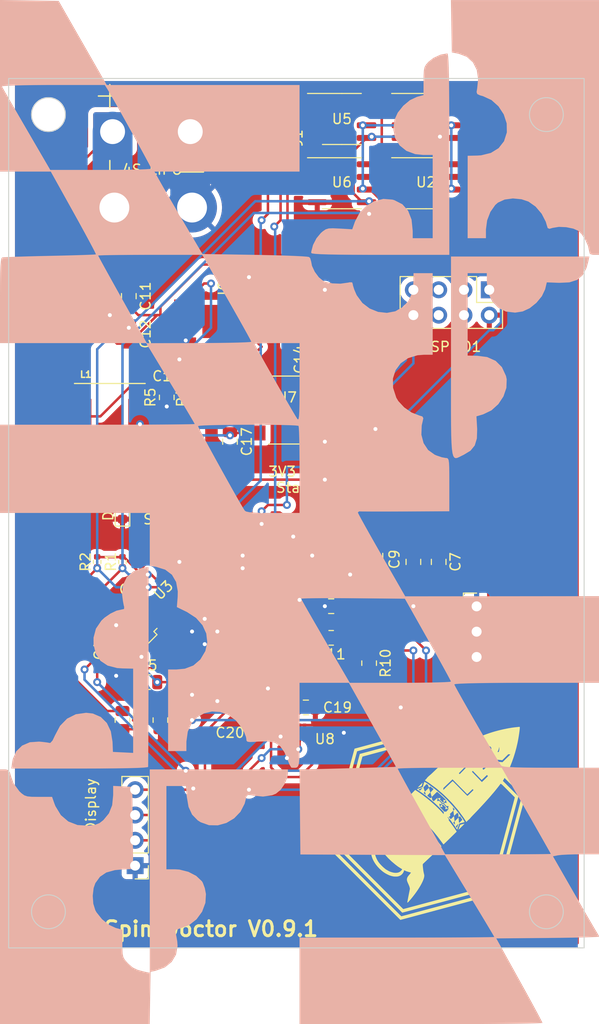
<source format=kicad_pcb>
(kicad_pcb (version 20221018) (generator pcbnew)
  (layers (0 "F.Cu" signal) (31 "B.Cu" signal) (34 "B.Paste" user) (35 "F.Paste" user) (36 "B.SilkS" user "B.Silkscreen") (37 "F.SilkS" user "F.Silkscreen") (38 "B.Mask" user) (39 "F.Mask" user) (44 "Edge.Cuts" user))
  (net 0 "")
  (net 1 "GND")
  (net 2 "/Microcontroller/SWDIO")
  (net 3 "+3V3")
  (net 4 "/Microcontroller/SWCLK")
  (net 5 "Net-(U3-NRST)")
  (net 6 "Net-(U4-CAP)")
  (net 7 "Net-(IC1-SW)")
  (net 8 "Net-(U8-VDD)")
  (net 9 "Net-(U8-CSB)")
  (net 10 "Net-(IC1-SS)")
  (net 11 "Net-(D2-A)")
  (net 12 "Net-(IC1-FB)")
  (net 14 "/VBAT")
  (net 19 "Net-(U3-PA0)")
  (net 20 "Net-(U4-ENV_SDA)")
  (net 21 "Net-(U4-ENV_SCL)")
  (net 22 "Net-(U4-BOOTN)")
  (net 70 "+5V")
  (net 75 "/Microcontroller/PA2")
  (net 76 "/Microcontroller/PA3")
  (net 78 "/SCL")
  (net 79 "/SDA")
  (net 81 "Net-(IC1-EN)")
  (net 83 "/ESC_Cont")
  (net 87 "Net-(IC1-COMP)")
  (net 88 "Net-(IC1-BS)")
  (net 89 "Net-(D1-A)")
  (net 90 "Net-(C14-Pad1)")
  (net 91 "Net-(D3-A)")
  (footprint "Capacitor_SMD:C_0805_2012Metric" (layer "F.Cu") (at 124.78 103.505)
    (fp_text reference "C6")
    (fp_text value "4.7uF" hide)
  )
  (footprint "Connector_PinHeader_1.27mm:PinHeader_2x05_P1.27mm_Vertical_SMD" (layer "F.Cu") (at 118.11 61.595 -90)
    (fp_text reference "J1")
    (fp_text value "Conn_ARM_JTAG_SWD_10")
  )
  (footprint "Connector_Wire:SolderWire-2sqmm_1x02_P7.8mm_D2mm_OD3.9mm" (layer "F.Cu") (at 103.78 60.96)
    (fp_text reference "J2" hide)
    (fp_text value "Conn_01x02_Female" hide)
  )
  (footprint "Capacitor_SMD:C_0805_2012Metric" (layer "F.Cu") (at 109.22 83.82 180)
    (fp_text reference "C10")
    (fp_text value "10nF" hide)
  )
  (footprint "Connector_PinHeader_2.54mm:PinHeader_1x03_P2.54mm_Vertical" (layer "F.Cu") (at 140.335 108.6)
    (fp_text reference "J5" hide)
    (fp_text value "ESC Connector" hide)
  )
  (footprint "Resistor_SMD:R_0805_2012Metric" (layer "F.Cu") (at 104.775 95.25 90)
    (fp_text reference "R8")
    (fp_text value "10k")
  )
  (footprint "Capacitor_SMD:C_0805_2012Metric" (layer "F.Cu") (at 136.525 104.14 -90)
    (fp_text reference "C7")
    (fp_text value "0.1uF" hide)
  )
  (footprint "Connector_PinHeader_2.54mm:PinHeader_1x04_P2.54mm_Vertical" (layer "F.Cu") (at 106.045 134.62 180)
    (fp_text reference "J6" hide)
    (fp_text value "OLED Display" hide)
  )
  (footprint "Resistor_SMD:R_0805_2012Metric" (layer "F.Cu") (at 127.635 81.915 180)
    (fp_text reference "R6")
    (fp_text value "6.8k" hide)
  )
  (footprint "Resistor_SMD:R_0402_1005Metric" (layer "F.Cu") (at 102.235 104.14 90)
    (fp_text reference "R2")
    (fp_text value "4.7k")
  )
  (footprint "Capacitor_SMD:C_0805_2012Metric" (layer "F.Cu") (at 111.125 95.25 180)
    (fp_text reference "C16")
    (fp_text value "22uF 6.3V CERM" hide)
  )
  (footprint "Capacitor_SMD:C_0805_2012Metric" (layer "F.Cu") (at 104.14 113.03 90)
    (fp_text reference "C1")
    (fp_text value "100nF" hide)
  )
  (footprint "Capacitor_SMD:C_0805_2012Metric" (layer "F.Cu") (at 111.125 91.44 180)
    (fp_text reference "C15")
    (fp_text value "22uF 6.3V CERM" hide)
  )
  (footprint "LED_SMD:LED_0603_1608Metric" (layer "F.Cu") (at 128.27 95.885 90)
    (fp_text reference "D1")
    (fp_text value "LED" hide)
  )
  (footprint "Resistor_SMD:R_0805_2012Metric" (layer "F.Cu") (at 122.555 79.375 180)
    (fp_text reference "R3")
    (fp_text value "100k" hide)
  )
  (footprint "Capacitor_SMD:C_0805_2012Metric" (layer "F.Cu") (at 105.41 77.47 -90)
    (fp_text reference "C11")
    (fp_text value "10uF 25V CERM" hide)
  )
  (footprint "Resistor_SMD:R_0805_2012Metric" (layer "F.Cu") (at 129.54 114.3 -90)
    (fp_text reference "R10")
    (fp_text value "4.7K" hide)
  )
  (footprint "Resistor_SMD:R_0805_2012Metric" (layer "F.Cu") (at 112.395 87.63 90)
    (fp_text reference "R4")
    (fp_text value "44.2k" hide)
  )
  (footprint "Capacitor_SMD:C_0805_2012Metric" (layer "F.Cu") (at 122.555 81.915 180)
    (fp_text reference "C14")
    (fp_text value "3.9nF" hide)
  )
  (footprint "Capacitor_SMD:C_0805_2012Metric" (layer "F.Cu") (at 133.985 104.14 -90)
    (fp_text reference "C9")
    (fp_text value "0.1uF" hide)
  )
  (footprint "Resistor_SMD:R_0805_2012Metric" (layer "F.Cu") (at 109.22 87.63 90)
    (fp_text reference "R5")
    (fp_text value "10k" hide)
  )
  (footprint "Capacitor_SMD:C_0805_2012Metric" (layer "F.Cu") (at 105.41 81.28 -90)
    (fp_text reference "C12")
    (fp_text value "10uF 25V CERM" hide)
  )
  (footprint "Resistor_SMD:R_0805_2012Metric" (layer "F.Cu") (at 125.73 111.76 180)
    (fp_text reference "R11")
    (fp_text value "4.7K" hide)
  )
  (footprint "MP2307:SO8-TH" (layer "F.Cu") (at 113.665 80.01 -90)
    (fp_text reference "IC1")
    (fp_text value "MP2307" hide)
  )
  (footprint "Package_SO:SOIC-8_3.9x4.9mm_P1.27mm" (layer "F.Cu") (at 135.255 66.14)
    (fp_text reference "U2")
    (fp_text value "CAT24M01W")
  )
  (footprint "B320A-13-F:DIOM5226X230N" (layer "F.Cu") (at 100.33 76.2 90)
    (fp_text reference "D3")
    (fp_text value "D_Schottky" hide)
  )
  (footprint "Connector_PinHeader_2.54mm:PinHeader_2x04_P2.54mm_Vertical" (layer "F.Cu") (at 141.605 76.835 -90)
    (fp_text reference "J7")
    (fp_text value "Conn_02x04_Odd_Even")
  )
  (footprint "Capacitor_SMD:C_0805_2012Metric" (layer "F.Cu") (at 118.745 120.65)
    (fp_text reference "C20")
    (fp_text value "100nF" hide)
  )
  (footprint "Resistor_SMD:R_0402_1005Metric" (layer "F.Cu") (at 104.775 104.14 90)
    (fp_text reference "R1")
    (fp_text value "4.7k")
  )
  (footprint "Package_QFP:LQFP-48_7x7mm_P0.5mm" (layer "F.Cu") (at 113.03 111.125 45)
    (fp_text reference "U3")
    (fp_text value "STM32F103C8Tx" hide)
  )
  (footprint "Resistor_SMD:R_0805_2012Metric" (layer "F.Cu") (at 130.175 103.505 90)
    (fp_text reference "R12")
    (fp_text value "10K")
  )
  (footprint "Capacitor_SMD:C_0805_2012Metric" (layer "F.Cu") (at 121.285 112.395 180)
    (fp_text reference "C2")
    (fp_text value "100nF" hide)
  )
  (footprint "Package_SO:SOIC-8_3.9x4.9mm_P1.27mm" (layer "F.Cu") (at 126.805 66.14)
    (fp_text reference "U6")
    (fp_text value "CAT24M01W")
  )
  (footprint "Package_TO_SOT_SMD:SOT-223-3_TabPin2" (layer "F.Cu") (at 121.285 88.9)
    (fp_text reference "U7")
    (fp_text value "LD1117S33TR_SOT223" hide)
  )
  (footprint "Capacitor_SMD:C_0805_2012Metric" (layer "F.Cu") (at 128.27 88.265 90)
    (fp_text reference "C18")
    (fp_text value "10uF" hide)
  )
  (footprint "BNO085:BNO085" (layer "F.Cu") (at 130.175 109.22)
    (fp_text reference "U4")
    (fp_text value "BNO085")
  )
  (footprint "LED_SMD:LED_0603_1608Metric" (layer "F.Cu") (at 104.775 99.06 90)
    (fp_text reference "D2")
    (fp_text value "LED")
  )
  (footprint "LOGO" (layer "F.Cu") (at 135.255 130.175)
    (fp_text reference "G***")
    (fp_text value "LOGO" hide)
  )
  (footprint "Resistor_SMD:R_0805_2012Metric" (layer "F.Cu") (at 104.775 120.015 -90)
    (fp_text reference "R9")
    (fp_text value "1k" hide)
  )
  (footprint "Package_SO:SOIC-8_3.9x4.9mm_P1.27mm" (layer "F.Cu") (at 126.805 59.69)
    (fp_text reference "U5")
    (fp_text value "CAT24M01W")
  )
  (footprint "Connector_Wire:SolderWire-2sqmm_1x02_P7.8mm_D2mm_OD3.9mm" (layer "F.Cu") (at 103.96 68.58)
    (fp_text reference "J4" hide)
    (fp_text value "ESC Power" hide)
  )
  (footprint "Resistor_SMD:R_0402_1005Metric" (layer "F.Cu") (at 119.458458 118.483149 90)
    (fp_text reference "R14")
    (fp_text value "10")
  )
  (footprint "ASPI-0630LR-100M-T15:IND_ASPI-0630LR-100M-T15" (layer "F.Cu") (at 103.505 89.535)
    (fp_text reference "L1")
    (fp_text value "10uH 4A" hide)
  )
  (footprint "Capacitor_SMD:C_0805_2012Metric" (layer "F.Cu") (at 114.3 102.87 -90)
    (fp_text reference "C3")
    (fp_text value "100nF" hide)
  )
  (footprint "Resistor_SMD:R_0805_2012Metric" (layer "F.Cu") (at 108.585 120.015 -90)
    (fp_text reference "R13")
    (fp_text value "200" hide)
  )
  (footprint "Capacitor_SMD:C_0805_2012Metric" (layer "F.Cu") (at 107.315 116.205)
    (fp_text reference "C5")
    (fp_text value "100nF" hide)
  )
  (footprint "Capacitor_SMD:C_0805_2012Metric" (layer "F.Cu") (at 115.57 92.075 -90)
    (fp_text reference "C17")
    (fp_text value "100nF" hide)
  )
  (footprint "Capacitor_SMD:C_0805_2012Metric" (layer "F.Cu") (at 105.41 108.585)
    (fp_text reference "C4")
    (fp_text value "100nF" hide)
  )
  (footprint "Capacitor_SMD:C_0805_2012Metric" (layer "F.Cu") (at 125.73 108.585)
    (fp_text reference "C8")
    (fp_text value "0.1uF")
  )
  (footprint "Capacitor_SMD:C_0805_2012Metric" (layer "F.Cu") (at 123.19 118.745 180)
    (fp_text reference "C19")
    (fp_text value "100nF" hide)
  )
  (footprint "Resistor_SMD:R_0402_1005Metric" (layer "F.Cu") (at 121.285 116.84)
    (fp_text reference "R15")
    (fp_text value "10")
  )
  (footprint "Resistor_SMD:R_0805_2012Metric" (layer "F.Cu") (at 128.27 92.075 90)
    (fp_text reference "R7")
    (fp_text value "500" hide)
  )
  (footprint "BMP581:BMP581" (layer "F.Cu") (at 122.555 121.285)
    (fp_text reference "U8")
    (fp_text value "BMP581" hide)
  )
  (footprint "Capacitor_SMD:C_0805_2012Metric" (layer "F.Cu") (at 119.38 76.835 -90)
    (fp_text reference "C13")
    (fp_text value "0.1uF" hide)
  )
  (footprint "Package_SO:SOIC-8_3.9x4.9mm_P1.27mm" (layer "F.Cu") (at 135.255 59.69)
    (fp_text reference "U1")
    (fp_text value "CAT24M01W")
  )
  (footprint "LOGO" (layer "B.Cu") (at 122.555 99.06 -90)
    (fp_text reference "G***" hide)
    (fp_text value "LOGO" hide)
  )
  (gr_circle (center 97.34 139.2505) (end 99.04 139.2505) (stroke (width 0.1)) (fill none) (layer "Edge.Cuts"))
  (gr_rect (start 93.345 55.626) (end 151.13 142.875) (stroke (width 0.1)) (fill none) (layer "Edge.Cuts"))
  (gr_circle (center 97.34 59.2505) (end 99.04 59.2505) (stroke (width 0.1)) (fill none) (layer "Edge.Cuts"))
  (gr_circle (center 147.34 59.2505) (end 149.04 59.2505) (stroke (width 0.1)) (fill none) (layer "Edge.Cuts"))
  (gr_circle (center 147.34 139.2505) (end 149.04 139.2505) (stroke (width 0.1)) (fill none) (layer "Edge.Cuts"))
  (gr_text "4S LIPO" (at 107.77 64.77) (layer "F.SilkS") (effects (font (size 1 1))))
  (gr_text "ESC Power" (at 107.77 72.39) (layer "F.SilkS") (effects (font (size 1 1))))
  (gr_text "ESC" (at 143.51 111.125) (layer "F.SilkS") (effects (font (size 1 1))))
  (gr_text "+" (at 103.505 64.77) (layer "F.SilkS") (effects (font (size 3 3))))
  (gr_text "-" (at 111.76 64.77) (layer "F.SilkS") (effects (font (size 3 3))))
  (gr_text "5V Bus\nStatus" (at 109.22 99.06) (layer "F.SilkS") (effects (font (size 1 1))))
  (gr_text "Spin Doctor V0.9.1" (at 113.665 140.97) (layer "F.SilkS") (effects (font (size 1.5 1.5) (thickness 0.3))))
  (gr_text "3V3 Bus\nStatus" (at 122.555 95.885) (layer "F.SilkS") (effects (font (size 1 1))))
  (gr_text "-" (at 111.76 57.15) (layer "F.SilkS") (effects (font (size 3 3))))
  (gr_text "ESP-01" (at 137.795 82.55) (layer "F.SilkS") (effects (font (size 1 1))))
  (gr_text "OLED Display" (at 101.6 130.81 90) (layer "F.SilkS") (effects (font (size 1 1))))
  (gr_text "+" (at 103.505 57.15) (layer "F.SilkS") (effects (font (size 3 3))))
  (segment (start 110.175 91.44) (end 109.22 90.485) (width 0.25) (layer "F.Cu") (net 1))
  (segment (start 110.616998 114.598662) (end 112.82066 112.395) (width 0.25) (layer "F.Cu") (net 1))
  (segment (start 112.454455 109.279455) (end 113.03 109.855) (width 0.25) (layer "F.Cu") (net 1))
  (segment (start 129.425 106.9575) (end 127.8775 105.41) (width 0.25) (layer "F.Cu") (net 1))
  (segment (start 116.115489 104.229511) (end 116.84 103.505) (width 0.25) (layer "F.Cu") (net 1))
  (segment (start 110.123795 109.279455) (end 112.454455 109.279455) (width 0.25) (layer "F.Cu") (net 1))
  (segment (start 128.6125 106.97) (end 129.4125 106.97) (width 0.25) (layer "F.Cu") (net 1))
  (segment (start 108.495678 109.772658) (end 109.84802 111.125) (width 0.25) (layer "F.Cu") (net 1))
  (segment (start 122.055 122.06) (end 121.285 122.83) (width 0.25) (layer "F.Cu") (net 1))
  (segment (start 131.7375 108.966) (end 133.604 108.966) (width 0.25) (layer "F.Cu") (net 1))
  (segment (start 117.564322 112.477342) (end 116.21198 111.125) (width 0.25) (layer "F.Cu") (net 1))
  (segment (start 130.925 106.9575) (end 130.925 108.757022) (width 0.25) (layer "F.Cu") (net 1))
  (segment (start 109.84802 111.125) (end 111.76 111.125) (width 0.25) (layer "F.Cu") (net 1))
  (segment (start 112.82066 112.395) (end 113.03 112.395) (width 0.25) (layer "F.Cu") (net 1))
  (segment (start 114.382342 106.590678) (end 116.115489 104.857531) (width 0.25) (layer "F.Cu") (net 1))
  (segment (start 131.133978 108.966) (end 131.7375 108.966) (width 0.25) (layer "F.Cu") (net 1))
  (segment (start 133.604 108.966) (end 133.985 108.585) (width 0.25) (layer "F.Cu") (net 1))
  (segment (start 121.285 122.83) (end 121.285 123.825) (width 0.25) (layer "F.Cu") (net 1))
  (segment (start 109.22 90.485) (end 109.22 88.5425) (width 0.25) (layer "F.Cu") (net 1))
  (segment (start 116.115489 104.857531) (end 116.115489 104.229511) (width 0.25) (layer "F.Cu") (net 1))
  (segment (start 123.055 120.51) (end 126.225 120.51) (width 0.25) (layer "F.Cu") (net 1))
  (segment (start 126.225 120.51) (end 127 121.285) (width 0.25) (layer "F.Cu") (net 1))
  (segment (start 129.4125 106.97) (end 129.425 106.9575) (width 0.25) (layer "F.Cu") (net 1))
  (segment (start 110.175 91.44) (end 110.175 95.25) (width 0.25) (layer "F.Cu") (net 1))
  (segment (start 116.21198 111.125) (end 114.3 111.125) (width 0.25) (layer "F.Cu") (net 1))
  (segment (start 122.555 120.51) (end 123.055 120.51) (width 0.25) (layer "F.Cu") (net 1))
  (segment (start 127.8775 105.41) (end 127.635 105.41) (width 0.25) (layer "F.Cu") (net 1))
  (segment (start 109.556338 108.711998) (end 110.123795 109.279455) (width 0.25) (layer "F.Cu") (net 1))
  (segment (start 130.925 108.757022) (end 131.133978 108.966) (width 0.25) (layer "F.Cu") (net 1))
  (via (at 103.505 79.375) (size 0.8) (drill 0.4) (layers "F.Cu" "B.Cu") (net 1))
  (via (at 105.41 80.645) (size 0.8) (drill 0.4) (layers "F.Cu" "B.Cu") (net 1))
  (via (at 123.825 103.505) (size 0.8) (drill 0.4) (layers "F.Cu" "B.Cu") (net 1))
  (via (at 127 121.285) (size 0.8) (drill 0.4) (layers "F.Cu" "B.Cu") (net 1))
  (via (at 113.03 109.855) (size 0.8) (drill 0.4) (layers "F.Cu" "B.Cu") (net 1))
  (via (at 111.125 81.915) (size 0.8) (drill 0.4) (layers "F.Cu" "B.Cu") (net 1))
  (via (at 133.985 108.585) (size 0.8) (drill 0.4) (layers "F.Cu" "B.Cu") (net 1))
  (via (at 104.14 110.49) (size 0.8) (drill 0.4) (layers "F.Cu" "B.Cu") (net 1))
  (via (at 117.475 75.565) (size 0.8) (drill 0.4) (layers "F.Cu" "B.Cu") (net 1))
  (via (at 111.76 111.125) (size 0.8) (drill 0.4) (layers "F.Cu" "B.Cu") (net 1))
  (via (at 118.745 100.33) (size 0.8) (drill 0.4) (layers "F.Cu" "B.Cu") (net 1))
  (via (at 109.22 88.5425) (size 0.8) (drill 0.4) (layers "F.Cu" "B.Cu") (net 1))
  (via (at 116.84 103.505) (size 0.8) (drill 0.4) (layers "F.Cu" "B.Cu") (net 1))
  (via (at 122.555 107.95) (size 0.8) (drill 0.4) (layers "F.Cu" "B.Cu") (net 1))
  (via (at 114.3 111.125) (size 0.8) (drill 0.4) (layers "F.Cu" "B.Cu") (net 1))
  (via (at 113.03 112.395) (size 0.8) (drill 0.4) (layers "F.Cu" "B.Cu") (net 1))
  (via (at 125.095 108.585) (size 0.8) (drill 0.4) (layers "F.Cu" "B.Cu") (net 1))
  (via (at 104.14 115.57) (size 0.8) (drill 0.4) (layers "F.Cu" "B.Cu") (net 1))
  (via (at 127.635 105.41) (size 0.8) (drill 0.4) (layers "F.Cu" "B.Cu") (net 1))
  (via (at 121.285 123.825) (size 0.8) (drill 0.4) (layers "F.Cu" "B.Cu") (net 1))
  (segment (start 116.84 103.505) (end 116.84 102.235) (width 0.25) (layer "B.Cu") (net 1))
  (segment (start 111.58 68.4) (end 111.76 68.58) (width 4) (layer "B.Cu") (net 1))
  (segment (start 111.58 60.96) (end 111.58 68.4) (width 4) (layer "B.Cu") (net 1))
  (segment (start 124.46 107.95) (end 122.555 107.95) (width 0.25) (layer "B.Cu") (net 1))
  (segment (start 116.84 102.235) (end 118.745 100.33) (width 0.25) (layer "B.Cu") (net 1))
  (segment (start 125.095 108.585) (end 124.46 107.95) (width 0.25) (layer "B.Cu") (net 1))
  (segment (start 120.65 69.85) (end 120.015 70.485) (width 0.25) (layer "F.Cu") (net 2))
  (segment (start 116.84 104.775) (end 115.670361 105.944639) (width 0.25) (layer "F.Cu") (net 2))
  (segment (start 120.65 63.545) (end 120.65 69.85) (width 0.25) (layer "F.Cu") (net 2))
  (segment (start 115.670361 106.009765) (end 114.735895 106.944231) (width 0.25) (layer "F.Cu") (net 2))
  (segment (start 115.670361 105.944639) (end 115.670361 106.009765) (width 0.25) (layer "F.Cu") (net 2))
  (via (at 116.84 104.775) (size 0.8) (drill 0.4) (layers "F.Cu" "B.Cu") (net 2))
  (via (at 120.015 70.485) (size 0.8) (drill 0.4) (layers "F.Cu" "B.Cu") (net 2))
  (segment (start 120.104511 70.574511) (end 120.104511 101.510489) (width 0.25) (layer "B.Cu") (net 2))
  (segment (start 120.104511 101.510489) (end 116.84 104.775) (width 0.25) (layer "B.Cu") (net 2))
  (segment (start 120.015 70.485) (end 120.104511 70.574511) (width 0.25) (layer "B.Cu") (net 2))
  (segment (start 125.73 103.505) (end 124.632973 102.407973) (width 0.25) (layer "F.Cu") (net 3))
  (segment (start 118.189088 112.395) (end 120.335 112.395) (width 0.25) (layer "F.Cu") (net 3))
  (segment (start 120.335 108.9) (end 120.335 112.395) (width 0.25) (layer "F.Cu") (net 3))
  (segment (start 107.315 109.299088) (end 107.315 109.22) (width 0.25) (layer "F.Cu") (net 3))
  (segment (start 108.142124 110.126212) (end 107.315 109.299088) (width 0.25) (layer "F.Cu") (net 3))
  (segment (start 130.425 107.769022) (end 129.224022 108.97) (width 0.25) (layer "F.Cu") (net 3))
  (segment (start 126.365 102.87) (end 125.73 103.505) (width 0.25) (layer "F.Cu") (net 3))
  (segment (start 130.175 57.15) (end 137.095 57.15) (width 0.25) (layer "F.Cu") (net 3))
  (segment (start 125.095 92.075) (end 126.365 93.345) (width 0.25) (layer "F.Cu") (net 3))
  (segment (start 126.365 101.6) (end 127 102.235) (width 0.25) (layer "F.Cu") (net 3))
  (segment (start 108.039511 103.415489) (end 106.36 105.095) (width 0.25) (layer "F.Cu") (net 3))
  (segment (start 130.175 102.5925) (end 133.3875 102.5925) (width 0.25) (layer "F.Cu") (net 3))
  (segment (start 126.365 101.6) (end 126.365 102.87) (width 0.25) (layer "F.Cu") (net 3))
  (segment (start 130.81 63.911072) (end 132.403928 65.505) (width 0.25) (layer "F.Cu") (net 3))
  (segment (start 127.955 88.9) (end 124.435 88.9) (width 0.25) (layer "F.Cu") (net 3))
  (segment (start 120.597493 115.57) (end 118.745 115.57) (width 0.25) (layer "F.Cu") (net 3))
  (segment (start 139.065 57.15) (end 140.335 58.42) (width 0.25) (layer "F.Cu") (net 3))
  (segment (start 130.81 63.5) (end 130.075 64.235) (width 0.25) (layer "F.Cu") (net 3))
  (segment (start 128.27 115.2125) (end 129.54 115.2125) (width 0.25) (layer "F.Cu") (net 3))
  (segment (start 129.28 57.785) (end 128.905 57.785) (width 0.25) (layer "F.Cu") (net 3))
  (segment (start 114.3 105.965912) (end 114.3 103.82) (width 0.25) (layer "F.Cu") (net 3))
  (segment (start 121.344511 73.084511) (end 125.095 76.835) (width 0.25) (layer "F.Cu") (net 3))
  (segment (start 113.056724 123.216724) (end 113.056724 127.608276) (width 0.25) (layer "F.Cu") (net 3))
  (segment (start 122.02 66.775) (end 121.344511 66.099511) (width 0.25) (layer "F.Cu") (net 3))
  (segment (start 126.365 98.425) (end 125.095 98.425) (width 0.25) (layer "F.Cu") (net 3))
  (segment (start 104.775 103.66) (end 104.925 103.66) (width 0.25) (layer "F.Cu") (net 3))
  (segment (start 128.27 89.215) (end 126.365 91.12) (width 0.25) (layer "F.Cu") (net 3))
  (segment (start 121.344511 66.099511) (end 121.344511 73.084511) (width 0.25) (layer "F.Cu") (net 3))
  (segment (start 127 104.14) (end 123.825 107.315) (width 0.25) (layer "F.Cu") (net 3))
  (segment (start 137.795 74.295) (end 139.06 75.56) (width 0.25) (layer "F.Cu") (net 3))
  (segment (start 130.075 64.235) (end 129.28 64.235) (width 0.25) (layer "F.Cu") (net 3))
  (segment (start 128.903928 57.785) (end 129.28 57.785) (width 0.25) (layer "F.Cu") (net 3))
  (segment (start 127 102.235) (end 127 104.14) (width 0.25) (layer "F.Cu") (net 3))
  (segment (start 107.315 109.22) (end 106.68 108.585) (width 0.25) (layer "F.Cu") (net 3))
  (segment (start 119.458458 117.973149) (end 119.458458 116.918458) (width 0.25) (layer "F.Cu") (net 3))
  (segment (start 115.712027 102.407973) (end 114.3 103.82) (width 0.25) (layer "F.Cu") (net 3))
  (segment (start 123.825 110.7675) (end 123.825 112.342493) (width 0.25) (layer "F.Cu") (net 3))
  (segment (start 132.715 107.104022) (end 132.349022 107.47) (width 0.25) (layer "F.Cu") (net 3))
  (segment (start 113.03 123.19) (end 113.056724 123.216724) (width 0.25) (layer "F.Cu") (net 3))
  (segment (start 124.33 65.505) (end 122.02 65.505) (width 0.25) (layer "F.Cu") (net 3))
  (segment (start 126.365 91.12) (end 126.365 93.345) (width 0.25) (layer "F.Cu") (net 3))
  (segment (start 126.365 98.425) (end 126.365 101.6) (width 0.25) (layer "F.Cu") (net 3))
  (segment (start 123.825 112.342493) (end 120.597493 115.57) (width 0.25) (layer "F.Cu") (net 3))
  (segment (start 128.27 89.215) (end 127.955 88.9) (width 0.25) (layer "F.Cu") (net 3))
  (segment (start 106.36 105.095) (end 106.36 108.585) (width 0.25) (layer "F.Cu") (net 3))
  (segment (start 106.36 113.345) (end 106.68 113.665) (width 0.25) (layer "F.Cu") (net 3))
  (segment (start 124.435 88.9) (end 118.135 88.9) (width 0.25) (layer "F.Cu") (net 3))
  (segment (start 133.985 103.19) (end 136.525 103.19) (width 0.25) (layer "F.Cu") (net 3))
  (segment (start 114.028788 106.237124) (end 114.3 105.965912) (width 0.25) (layer "F.Cu") (net 3))
  (segment (start 121.344511 64.829511) (end 121.344511 66.099511) (width 0.25) (layer "F.Cu") (net 3))
  (segment (start 123.825 110.7675) (end 124.8175 111.76) (width 0.25) (layer "F.Cu") (net 3))
  (segment (start 140.335 58.42) (end 140.335 62.865) (width 0.25) (layer "F.Cu") (net 3))
  (segment (start 132.037989 104.732989) (end 130.425 106.345978) (width 0.25) (layer "F.Cu") (net 3))
  (segment (start 120.65 59.645) (end 121.344511 60.339511) (width 0.25) (layer "F.Cu") (net 3))
  (segment (start 106.36 108.585) (end 106.36 113.345) (width 0.25) (layer "F.Cu") (net 3))
  (segment (start 132.403928 65.505) (end 132.78 65.505) (width 0.25) (layer "F.Cu") (net 3))
  (segment (start 124.315489 60.339511) (end 124.33 60.325) (width 0.25) (layer "F.Cu") (net 3))
  (segment (start 119.38 116.84) (end 120.775 116.84) (width 0.25) (layer "F.Cu") (net 3))
  (segment (start 125.095 98.425) (end 121.92 101.6) (width 0.25) (layer "F.Cu") (net 3))
  (segment (start 106.68 108.585) (end 106.36 108.585) (width 0.25) (layer "F.Cu") (net 3))
  (segment (start 113.056724 127.608276) (end 108.585 132.08) (width 0.25) (layer "F.Cu") (net 3))
  (segment (start 127.635 74.295) (end 135.89 74.295) (width 0.25) (layer "F.Cu") (net 3))
  (segment (start 130.425 106.9575) (end 130.425 107.769022) (width 0.25) (layer "F.Cu") (net 3))
  (segment (start 126.365 93.345) (end 126.365 98.425) (width 0.25) (layer "F.Cu") (net 3))
  (segment (start 133.3875 102.5925) (end 133.985 103.19) (width 0.25) (layer "F.Cu") (net 3))
  (segment (start 128.6125 109.47) (end 128.6125 108.97) (width 0.25) (layer "F.Cu") (net 3))
  (segment (start 133.985 103.19) (end 133.580978 103.19) (width 0.25) (layer "F.Cu") (net 3))
  (segment (start 127.3575 102.5925) (end 127 102.235) (width 0.25) (layer "F.Cu") (net 3))
  (segment (start 124.33 66.775) (end 122.02 66.775) (width 0.25) (layer "F.Cu") (net 3))
  (segment (start 139.06 75.56) (end 139.06 76.84) (width 0.25) (layer "F.Cu") (net 3))
  (segment (start 117.917876 112.123788) (end 118.189088 112.395) (width 0.25) (layer "F.Cu") (net 3))
  (segment (start 125.095 76.835) (end 127.635 74.295) (width 0.25) (layer "F.Cu") (net 3))
  (segment (start 130.425 106.345978) (end 130.425 106.9575) (width 0.25) (layer "F.Cu") (net 3))
  (segment (start 137.095 57.15) (end 137.73 57.785) (width 0.25) (layer "F.Cu") (net 3))
  (segment (start 128.27 57.15) (end 130.175 57.15) (width 0.25) (layer "F.Cu") (net 3))
  (segment (start 118.745 115.57) (end 113.03 121.285) (width 0.25) (layer "F.Cu") (net 3))
  (segment (start 108.585 132.08) (end 106.045 132.08) (width 0.25) (layer "F.Cu") (net 3))
  (segment (start 125.73 103.505) (end 120.335 108.9) (width 0.25) (layer "F.Cu") (net 3))
  (segment (start 130.175 102.5925) (end 127.3575 102.5925) (width 0.25) (layer "F.Cu") (net 3))
  (segment (start 109.717766 116.205) (end 108.265 116.205) (width 0.25) (layer "F.Cu") (net 3))
  (segment (start 121.344511 59.124417) (end 123.318928 57.15) (width 0.25) (layer "F.Cu") (net 3))
  (segment (start 121.344511 60.384511) (end 121.344511 64.829511) (width 0.25) (layer "F.Cu") (net 3))
  (segment (start 123.825 107.315) (end 123.825 110.7675) (width 0.25) (layer "F.Cu") (net 3))
  (segment (start 132.349022 107.47) (end 131.7375 107.47) (width 0.25) (layer "F.Cu") (net 3))
  (segment (start 128.905 57.785) (end 128.27 57.15) (width 0.25) (layer "F.Cu") (net 3))
  (segment (start 135.89 74.93) (end 135.89 74.295) (width 0.25) (layer "F.Cu") (net 3))
  (segment (start 132.037989 104.732989) (end 132.715 105.41) (width 0.25) (layer "F.Cu") (net 3))
  (segment (start 122.02 65.505) (end 121.344511 64.829511) (width 0.25) (layer "F.Cu") (net 3))
  (segment (start 128.27 89.215) (end 128.27 91.1625) (width 0.25) (layer "F.Cu") (net 3))
  (segment (start 124.8175 111.76) (end 128.27 115.2125) (width 0.25) (layer "F.Cu") (net 3))
  (segment (start 104.925 103.66) (end 106.36 105.095) (width 0.25) (layer "F.Cu") (net 3))
  (segment (start 130.175 57.15) (end 130.81 57.785) (width 0.25) (layer "F.Cu") (net 3))
  (segment (start 124.632973 102.407973) (end 115.712027 102.407973) (width 0.25) (layer "F.Cu") (net 3))
  (segment (start 121.344511 60.339511) (end 121.344511 60.384511) (width 0.25) (layer "F.Cu") (net 3))
  (segment (start 138.965 64.235) (end 137.73 64.235) (width 0.25) (layer "F.Cu") (net 3))
  (segment (start 135.89 74.295) (end 137.795 74.295) (width 0.25) (layer "F.Cu") (net 3))
  (segment (start 132.715 105.41) (end 132.715 107.104022) (width 0.25) (layer "F.Cu") (net 3))
  (segment (start 133.580978 103.19) (end 132.037989 104.732989) (width 0.25) (layer "F.Cu") (net 3))
  (segment (start 113.03 121.285) (end 113.03 123.19) (width 0.25) (layer "F.Cu") (net 3))
  (segment (start 129.224022 108.97) (end 128.6125 108.97) (width 0.25) (layer "F.Cu") (net 3))
  (segment (start 130.81 63.5) (end 130.81 63.911072) (width 0.25) (layer "F.Cu") (net 3))
  (segment (start 121.344511 60.384511) (end 121.344511 59.124417) (width 0.25) (layer "F.Cu") (net 3))
  (segment (start 110.970551 114.952215) (end 109.717766 116.205) (width 0.25) (layer "F.Cu") (net 3))
  (segment (start 133.985 76.835) (end 135.89 74.93) (width 0.25) (layer "F.Cu") (net 3))
  (segment (start 137.095 57.15) (end 139.065 57.15) (width 0.25) (layer "F.Cu") (net 3))
  (segment (start 130.81 57.785) (end 130.81 63.5) (width 0.25) (layer "F.Cu") (net 3))
  (segment (start 140.335 62.865) (end 138.965 64.235) (width 0.25) (layer "F.Cu") (net 3))
  (segment (start 114.704511 103.415489) (end 108.039511 103.415489) (width 0.25) (layer "F.Cu") (net 3))
  (segment (start 121.344511 60.339511) (end 124.315489 60.339511) (width 0.25) (layer "F.Cu") (net 3))
  (segment (start 102.235 103.66) (end 104.775 103.66) (width 0.25) (layer "F.Cu") (net 3))
  (segment (start 115.712027 102.407973) (end 114.704511 103.415489) (width 0.25) (layer "F.Cu") (net 3))
  (segment (start 123.318928 57.15) (end 128.27 57.15) (width 0.25) (layer "F.Cu") (net 3))
  (segment (start 119.458458 116.918458) (end 119.38 116.84) (width 0.25) (layer "F.Cu") (net 3))
  (via (at 121.92 101.6) (size 0.8) (drill 0.4) (layers "F.Cu" "B.Cu") (net 3))
  (via (at 125.095 76.835) (size 0.8) (drill 0.4) (layers "F.Cu" "B.Cu") (net 3))
  (via (at 119.38 116.84) (size 0.8) (drill 0.4) (layers "F.Cu" "B.Cu") (net 3))
  (via (at 108.265 116.205) (size 0.8) (drill 0.4) (layers "F.Cu" "B.Cu") (net 3))
  (via (at 125.095 92.075) (size 0.8) (drill 0.4) (layers "F.Cu" "B.Cu") (net 3))
  (via (at 106.68 113.665) (size 0.8) (drill 0.4) (layers "F.Cu" "B.Cu") (net 3))
  (segment (start 125.095 76.835) (end 125.095 92.075) (width 0.25) (layer "B.Cu") (net 3))
  (segment (start 121.92 101.6) (end 119.38 104.14) (width 0.25) (layer "B.Cu") (net 3))
  (segment (start 106.68 114.62) (end 108.265 116.205) (width 0.25) (layer "B.Cu") (net 3))
  (segment (start 119.38 104.14) (end 119.38 116.84) (width 0.25) (layer "B.Cu") (net 3))
  (segment (start 106.68 113.665) (end 106.68 114.62) (width 0.25) (layer "B.Cu") (net 3))
  (segment (start 111.096746 105.302658) (end 112.031212 106.237124) (width 0.25) (layer "F.Cu") (net 4))
  (segment (start 119.38 63.545) (end 119.38 69.215) (width 0.25) (layer "F.Cu") (net 4))
  (segment (start 119.38 69.215) (end 118.745 69.85) (width 0.25) (layer "F.Cu") (net 4))
  (segment (start 111.096746 104.746746) (end 111.096746 105.302658) (width 0.25) (layer "F.Cu") (net 4))
  (segment (start 110.49 104.14) (end 111.096746 104.746746) (width 0.25) (layer "F.Cu") (net 4))
  (via (at 118.745 69.85) (size 0.8) (drill 0.4) (layers "F.Cu" "B.Cu") (net 4))
  (via (at 110.49 104.14) (size 0.8) (drill 0.4) (layers "F.Cu" "B.Cu") (net 4))
  (segment (start 118.745 69.85) (end 118.655489 69.939511) (width 0.25) (layer "B.Cu") (net 4))
  (segment (start 118.655489 95.974511) (end 110.49 104.14) (width 0.25) (layer "B.Cu") (net 4))
  (segment (start 118.655489 69.939511) (end 118.655489 95.974511) (width 0.25) (layer "B.Cu") (net 4))
  (segment (start 110.263445 114.245109) (end 109.695989 114.812565) (width 0.25) (layer "F.Cu") (net 5))
  (segment (start 104.972565 114.812565) (end 104.14 113.98) (width 0.25) (layer "F.Cu") (net 5))
  (segment (start 109.695989 114.812565) (end 104.972565 114.812565) (width 0.25) (layer "F.Cu") (net 5))
  (segment (start 128.6125 108.47) (end 126.795 108.47) (width 0.25) (layer "F.Cu") (net 6))
  (segment (start 126.795 108.47) (end 126.68 108.585) (width 0.25) (layer "F.Cu") (net 6))
  (segment (start 108.27 83.82) (end 108.27 82.64) (width 0.25) (layer "F.Cu") (net 7))
  (segment (start 110.265 80.645) (end 111.065 80.645) (width 0.25) (layer "F.Cu") (net 7))
  (segment (start 108.27 82.64) (end 110.265 80.645) (width 0.25) (layer "F.Cu") (net 7))
  (segment (start 102.555 89.535) (end 100.48 89.535) (width 0.25) (layer "F.Cu") (net 7))
  (segment (start 108.27 83.82) (end 102.555 89.535) (width 0.25) (layer "F.Cu") (net 7))
  (segment (start 122.055 118.93) (end 122.055 120.51) (width 0.25) (layer "F.Cu") (net 8))
  (segment (start 121.795 116.84) (end 121.795 118.3) (width 0.25) (layer "F.Cu") (net 8))
  (segment (start 121.795 118.3) (end 122.24 118.745) (width 0.25) (layer "F.Cu") (net 8))
  (segment (start 122.24 118.745) (end 122.055 118.93) (width 0.25) (layer "F.Cu") (net 8))
  (segment (start 123.33 122.06) (end 123.825 122.555) (width 0.25) (layer "F.Cu") (net 9))
  (segment (start 120.65 125.73) (end 119.695 124.775) (width 0.25) (layer "F.Cu") (net 9))
  (segment (start 119.695 120.65) (end 119.695 119.229691) (width 0.25) (layer "F.Cu") (net 9))
  (segment (start 119.695 124.775) (end 119.695 120.65) (width 0.25) (layer "F.Cu") (net 9))
  (segment (start 121.805 121.035) (end 121.044305 121.035) (width 0.25) (layer "F.Cu") (net 9))
  (segment (start 123.305 121.81) (end 123.055 122.06) (width 0.25) (layer "F.Cu") (net 9))
  (segment (start 121.044305 121.035) (end 120.659305 120.65) (width 0.25) (layer "F.Cu") (net 9))
  (segment (start 119.695 119.229691) (end 119.458458 118.993149) (width 0.25) (layer "F.Cu") (net 9))
  (segment (start 122.555 125.73) (end 120.65 125.73) (width 0.25) (layer "F.Cu") (net 9))
  (segment (start 123.825 124.46) (end 122.555 125.73) (width 0.25) (layer "F.Cu") (net 9))
  (segment (start 123.825 122.555) (end 123.825 124.46) (width 0.25) (layer "F.Cu") (net 9))
  (segment (start 123.055 122.06) (end 123.33 122.06) (width 0.25) (layer "F.Cu") (net 9))
  (segment (start 120.659305 120.65) (end 119.695 120.65) (width 0.25) (layer "F.Cu") (net 9))
  (segment (start 123.305 121.535) (end 123.305 121.81) (width 0.25) (layer "F.Cu") (net 9))
  (segment (start 119.06 78.105) (end 119.38 77.785) (width 0.25) (layer "F.Cu") (net 10))
  (segment (start 116.265 78.105) (end 119.06 78.105) (width 0.25) (layer "F.Cu") (net 10))
  (segment (start 104.775 96.1625) (end 104.775 98.2725) (width 0.25) (layer "F.Cu") (net 11))
  (segment (start 116.265 81.915) (end 118.11 81.915) (width 0.25) (layer "F.Cu") (net 12))
  (segment (start 118.745 82.55) (end 114.5775 86.7175) (width 0.25) (layer "F.Cu") (net 12))
  (segment (start 110.2125 85.725) (end 115.57 85.725) (width 0.25) (layer "F.Cu") (net 12))
  (segment (start 114.5775 86.7175) (end 112.395 86.7175) (width 0.25) (layer "F.Cu") (net 12))
  (segment (start 109.22 86.7175) (end 110.2125 85.725) (width 0.25) (layer "F.Cu") (net 12))
  (segment (start 118.11 81.915) (end 118.745 82.55) (width 0.25) (layer "F.Cu") (net 12))
  (segment (start 105.41 78.42) (end 106.365 79.375) (width 0.25) (layer "F.Cu") (net 14))
  (segment (start 100.33 78.335) (end 98.980489 79.684511) (width 0.25) (layer "F.Cu") (net 14))
  (segment (start 123.4675 76.4775) (end 123.4675 79.375) (width 0.25) (layer "F.Cu") (net 14))
  (segment (start 98.980489 114.855489) (end 103.2275 119.1025) (width 0.25) (layer "F.Cu") (net 14))
  (segment (start 121.285 74.295) (end 123.4675 76.4775) (width 0.25) (layer "F.Cu") (net 14))
  (segment (start 100.33 78.335) (end 105.325 78.335) (width 0.25) (layer "F.Cu") (net 14))
  (segment (start 104.225 82.23) (end 105.41 82.23) (width 0.25) (layer "F.Cu") (net 14))
  (segment (start 108.265 79.375) (end 108.585 79.375) (width 0.25) (layer "F.Cu") (net 14))
  (segment (start 105.41 82.23) (end 108.265 79.375) (width 0.25) (layer "F.Cu") (net 14))
  (segment (start 103.2275 119.1025) (end 104.775 119.1025) (width 0.25) (layer "F.Cu") (net 14))
  (segment (start 106.365 79.375) (end 111.065 79.375) (width 0.25) (layer "F.Cu") (net 14))
  (segment (start 108.585 78.535978) (end 112.825978 74.295) (width 0.25) (layer "F.Cu") (net 14))
  (segment (start 112.825978 74.295) (end 121.285 74.295) (width 0.25) (layer "F.Cu") (net 14))
  (segment (start 108.585 79.375) (end 108.585 78.535978) (width 0.25) (layer "F.Cu") (net 14))
  (segment (start 98.980489 79.684511) (end 98.980489 114.855489) (width 0.25) (layer "F.Cu") (net 14))
  (segment (start 105.325 78.335) (end 105.41 78.42) (width 0.25) (layer "F.Cu") (net 14))
  (segment (start 100.33 78.335) (end 104.225 82.23) (width 0.25) (layer "F.Cu") (net 14))
  (segment (start 108.585 79.375) (end 111.065 79.375) (width 0.25) (layer "F.Cu") (net 14))
  (segment (start 108.585 119.1025) (end 108.585 118.044874) (width 0.25) (layer "F.Cu") (net 19))
  (segment (start 108.585 118.044874) (end 111.324105 115.305769) (width 0.25) (layer "F.Cu") (net 19))
  (segment (start 106.76 120.9275) (end 108.585 119.1025) (width 0.25) (layer "F.Cu") (net 19))
  (segment (start 104.775 120.9275) (end 106.76 120.9275) (width 0.25) (layer "F.Cu") (net 19))
  (segment (start 129.425 113.2725) (end 129.54 113.3875) (width 0.25) (layer "F.Cu") (net 20))
  (segment (start 129.425 111.4825) (end 129.425 113.2725) (width 0.25) (layer "F.Cu") (net 20))
  (segment (start 126.9325 111.47) (end 126.6425 111.76) (width 0.25) (layer "F.Cu") (net 21))
  (segment (start 128.6125 111.47) (end 126.9325 111.47) (width 0.25) (layer "F.Cu") (net 21))
  (segment (start 129.925 104.6675) (end 130.175 104.4175) (width 0.25) (layer "F.Cu") (net 22))
  (segment (start 129.925 106.9575) (end 129.925 104.6675) (width 0.25) (layer "F.Cu") (net 22))
  (segment (start 108.50952 87.70548) (end 111.55798 87.70548) (width 0.25) (layer "F.Cu") (net 70))
  (segment (start 106.53 89.535) (end 106.53 90.32) (width 0.25) (layer "F.Cu") (net 70))
  (segment (start 106.53 93.195) (end 109.63452 96.29952) (width 0.25) (layer "F.Cu") (net 70))
  (segment (start 109.63452 96.29952) (end 113.44452 96.29952) (width 0.25) (layer "F.Cu") (net 70))
  (segment (start 112.395 88.5425) (end 112.395 91.12) (width 0.25) (layer "F.Cu") (net 70))
  (segment (start 106.53 89.535) (end 106.68 89.535) (width 0.25) (layer "F.Cu") (net 70))
  (segment (start 113.44452 96.29952) (end 113.85904 95.885) (width 0.25) (layer "F.Cu") (net 70))
  (segment (start 104.775 94.3375) (end 105.9175 93.195) (width 0.25) (layer "F.Cu") (net 70))
  (segment (start 111.55798 87.70548) (end 112.395 88.5425) (width 0.25) (layer "F.Cu") (net 70))
  (segment (start 105.9175 93.195) (end 106.53 93.195) (width 0.25) (layer "F.Cu") (net 70))
  (segment (start 112.075 91.44) (end 112.075 95.25) (width 0.25) (layer "F.Cu") (net 70))
  (segment (start 141.509511 109.965489) (end 140.335 111.14) (width 0.25) (layer "F.Cu") (net 70))
  (segment (start 113.85904 95.885) (end 125.095 95.885) (width 0.25) (layer "F.Cu") (net 70))
  (segment (start 118.135 91.2) (end 115.645 91.2) (width 0.25) (layer "F.Cu") (net 70))
  (segment (start 115.645 91.2) (end 115.57 91.125) (width 0.25) (layer "F.Cu") (net 70))
  (segment (start 106.68 89.535) (end 108.50952 87.70548) (width 0.25) (layer "F.Cu") (net 70))
  (segment (start 141.509511 102.139511) (end 141.509511 109.965489) (width 0.25) (layer "F.Cu") (net 70))
  (segment (start 112.395 91.12) (end 112.075 91.44) (width 0.25) (layer "F.Cu") (net 70))
  (segment (start 130.175 90.805) (end 141.509511 102.139511) (width 0.25) (layer "F.Cu") (net 70))
  (segment (start 106.53 90.32) (end 106.53 93.195) (width 0.25) (layer "F.Cu") (net 70))
  (via (at 115.57 91.44) (size 0.8) (drill 0.4) (layers "F.Cu" "B.Cu") (net 70))
  (via (at 106.53 90.32) (size 0.8) (drill 0.4) (layers "F.Cu" "B.Cu") (net 70))
  (via (at 125.095 95.885) (size 0.8) (drill 0.4) (layers "F.Cu" "B.Cu") (net 70))
  (via (at 130.175 90.805) (size 0.8) (drill 0.4) (layers "F.Cu" "B.Cu") (net 70))
  (segment (start 107.65 91.44) (end 106.53 90.32) (width 0.25) (layer "B.Cu") (net 70))
  (segment (start 115.57 91.44) (end 107.65 91.44) (width 0.25) (layer "B.Cu") (net 70))
  (segment (start 125.095 95.885) (end 130.175 90.805) (width 0.25) (layer "B.Cu") (net 70))
  (segment (start 112.031212 116.012876) (end 111.76 116.284088) (width 0.25) (layer "F.Cu") (net 75))
  (segment (start 111.76 116.284088) (end 111.76 117.475) (width 0.25) (layer "F.Cu") (net 75))
  (segment (start 118.745 99.06) (end 119.38 98.425) (width 0.25) (layer "F.Cu") (net 75))
  (segment (start 119.38 98.425) (end 121.285 98.425) (width 0.25) (layer "F.Cu") (net 75))
  (via (at 111.76 117.475) (size 0.8) (drill 0.4) (layers "F.Cu" "B.Cu") (net 75))
  (via (at 118.745 99.06) (size 0.8) (drill 0.4) (layers "F.Cu" "B.Cu") (net 75))
  (via (at 121.285 98.425) (size 0.8) (drill 0.4) (layers "F.Cu" "B.Cu") (net 75))
  (segment (start 121.285 98.425) (end 121.285 94.615) (width 0.25) (layer "B.Cu") (net 75))
  (segment (start 111.76 117.475) (end 116.115489 113.119511) (width 0.25) (layer "B.Cu") (net 75))
  (segment (start 116.115489 113.119511) (end 116.115489 101.689511) (width 0.25) (layer "B.Cu") (net 75))
  (segment (start 116.115489 101.689511) (end 118.745 99.06) (width 0.25) (layer "B.Cu") (net 75))
  (segment (start 121.285 94.615) (end 123.580305 94.615) (width 0.25) (layer "B.Cu") (net 75))
  (segment (start 123.580305 94.615) (end 133.985 84.210305) (width 0.25) (layer "B.Cu") (net 75))
  (segment (start 133.985 84.210305) (end 133.985 79.375) (width 0.25) (layer "B.Cu") (net 75))
  (segment (start 114.028788 116.012876) (end 114.3 116.284088) (width 0.25) (layer "F.Cu") (net 76))
  (segment (start 114.3 116.284088) (end 114.3 118.11) (width 0.25) (layer "F.Cu") (net 76))
  (via (at 114.3 118.11) (size 0.8) (drill 0.4) (layers "F.Cu" "B.Cu") (net 76))
  (segment (start 141.605 80.890386) (end 141.994614 80.890386) (width 0.25) (layer "B.Cu") (net 76))
  (segment (start 141.994614 80.890386) (end 142.78 80.105) (width 0.25) (layer "B.Cu") (net 76))
  (segment (start 114.3 118.11) (end 118.93048 113.47952) (width 0.25) (layer "B.Cu") (net 76))
  (segment (start 142.78 80.105) (end 142.78 78.01) (width 0.25) (layer "B.Cu") (net 76))
  (segment (start 118.93048 113.47952) (end 118.93048 103.564906) (width 0.25) (layer "B.Cu") (net 76))
  (segment (start 142.78 78.01) (end 141.605 76.835) (width 0.25) (layer "B.Cu") (net 76))
  (segment (start 118.93048 103.564906) (end 141.605 80.890386) (width 0.25) (layer "B.Cu") (net 76))
  (segment (start 130.57952 67.698448) (end 129.556072 66.675) (width 0.25) (layer "F.Cu") (net 78))
  (segment (start 133.985 113.03) (end 132.08 113.03) (width 0.25) (layer "F.Cu") (net 78))
  (segment (start 107.668554 105.41) (end 107.315 105.41) (width 0.25) (layer "F.Cu") (net 78))
  (segment (start 132.08 113.03) (end 130.925 111.875) (width 0.25) (layer "F.Cu") (net 78))
  (segment (start 112.607204 127.17741) (end 112.607204 126.577204) (width 0.25) (layer "F.Cu") (net 78))
  (segment (start 110.263445 108.004891) (end 107.668554 105.41) (width 0.25) (layer "F.Cu") (net 78))
  (segment (start 102.235 107.315) (end 102.235 116.205) (width 0.25) (layer "F.Cu") (net 78))
  (segment (start 121.805 121.535) (end 120.781 121.535) (width 0.25) (layer "F.Cu") (net 78))
  (segment (start 110.244614 129.54) (end 112.607204 127.17741) (width 0.25) (layer "F.Cu") (net 78))
  (segment (start 106.045 129.54) (end 110.244614 129.54) (width 0.25) (layer "F.Cu") (net 78))
  (segment (start 112.607204 126.577204) (end 111.125 125.095) (width 0.25) (layer "F.Cu") (net 78))
  (segment (start 130.925 111.875) (end 130.925 111.4825) (width 0.25) (layer "F.Cu") (net 78))
  (segment (start 129.54 69.215) (end 129.756072 69.215) (width 0.25) (layer "F.Cu") (net 78))
  (segment (start 129.756072 69.215) (end 130.57952 68.391552) (width 0.25) (layer "F.Cu") (net 78))
  (segment (start 104.775 104.775) (end 102.235 107.315) (width 0.25) (layer "F.Cu") (net 78))
  (segment (start 130.57952 68.391552) (end 130.57952 67.698448) (width 0.25) (layer "F.Cu") (net 78))
  (segment (start 129.556072 66.675) (end 128.905 66.675) (width 0.25) (layer "F.Cu") (net 78))
  (segment (start 120.781 121.535) (end 120.65 121.666) (width 0.25) (layer "F.Cu") (net 78))
  (via (at 120.65 121.666) (size 0.8) (drill 0.4) (layers "F.Cu" "B.Cu") (net 78))
  (via (at 102.235 116.205) (size 0.8) (drill 0.4) (layers "F.Cu" "B.Cu") (net 78))
  (via (at 129.54 69.215) (size 0.8) (drill 0.4) (layers "F.Cu" "B.Cu") (net 78))
  (via (at 137.795 60.325) (size 0.8) (drill 0.4) (layers "F.Cu" "B.Cu") (net 78))
  (via (at 107.315 105.41) (size 0.8) (drill 0.4) (layers "F.Cu" "B.Cu") (net 78))
  (via (at 111.125 125.095) (size 0.8) (drill 0.4) (layers "F.Cu" "B.Cu") (net 78))
  (via (at 104.775 104.775) (size 0.8) (drill 0.4) (layers "F.Cu" "B.Cu") (net 78))
  (via (at 133.985 113.03) (size 0.8) (drill 0.4) (layers "F.Cu" "B.Cu") (net 78))
  (via (at 137.795 66.675) (size 0.8) (drill 0.4) (layers "F.Cu" "B.Cu") (net 78))
  (via (at 128.905 66.675) (size 0.8) (drill 0.4) (layers "F.Cu" "B.Cu") (net 78))
  (via (at 128.905 60.325) (size 0.8) (drill 0.4) (layers "F.Cu" "B.Cu") (net 78))
  (segment (start 116.205 125.095) (end 119.634 121.666) (width 0.25) (layer "B.Cu") (net 78))
  (segment (start 128.905 66.675) (end 128.905 60.325) (width 0.25) (layer "B.Cu") (net 78))
  (segment (start 111.125 125.095) (end 116.205 125.095) (width 0.25) (layer "B.Cu") (net 78))
  (segment (start 104.775 82.304614) (end 104.775 104.775) (width 0.25) (layer "B.Cu") (net 78))
  (segment (start 129.54 69.215) (end 129.450489 69.125489) (width 0.25) (layer "B.Cu") (net 78))
  (segment (start 133.985 121.285) (end 133.985 113.03) (width 0.25) (layer "B.Cu") (net 78))
  (segment (start 137.795 66.675) (end 137.795 60.325) (width 0.25) (layer "B.Cu") (net 78))
  (segment (start 129.450489 69.125489) (end 117.954125 69.125489) (width 0.25) (layer "B.Cu") (net 78))
  (segment (start 137.795 60.325) (end 128.905 60.325) (width 0.25) (layer "B.Cu") (net 78))
  (segment (start 117.954125 69.125489) (end 104.775 82.304614) (width 0.25) (layer "B.Cu") (net 78))
  (segment (start 119.634 121.666) (end 120.65 121.666) (width 0.25) (layer "B.Cu") (net 78))
  (segment (start 105.41 105.41) (end 104.775 104.775) (width 0.25) (layer "B.Cu") (net 78))
  (segment (start 107.315 105.41) (end 105.41 105.41) (width 0.25) (layer "B.Cu") (net 78))
  (segment (start 116.205 125.095) (end 130.175 125.095) (width 0.25) (layer "B.Cu") (net 78))
  (segment (start 102.235 116.205) (end 111.125 125.095) (width 0.25) (layer "B.Cu") (net 78))
  (segment (start 130.175 125.095) (end 133.985 121.285) (width 0.25) (layer "B.Cu") (net 78))
  (segment (start 128.86096 68.045) (end 129.28 68.045) (width 0.25) (layer "F.Cu") (net 79))
  (segment (start 122.555 122.809) (end 122.555 122.06) (width 0.25) (layer "F.Cu") (net 79))
  (segment (start 106.045 127) (end 111.76 127) (width 0.25) (layer "F.Cu") (net 79))
  (segment (start 136.652 61.468) (end 136.43048 61.68952) (width 0.25) (layer "F.Cu") (net 79))
  (segment (start 135.255 113.03) (end 133.695 111.47) (width 0.25) (layer "F.Cu") (net 79))
  (segment (start 117.475 125.095) (end 118.745 123.825) (width 0.25) (layer "F.Cu") (net 79))
  (segment (start 108.231446 106.68) (end 107.315 106.68) (width 0.25) (layer "F.Cu") (net 79))
  (segment (start 136.43048 67.121552) (end 137.353928 68.045) (width 0.25) (layer "F.Cu") (net 79))
  (segment (start 101.6 105.41) (end 101.6 114.3) (width 0.25) (layer "F.Cu") (net 79))
  (segment (start 109.909891 108.358445) (end 108.231446 106.68) (width 0.25) (layer "F.Cu") (net 79))
  (segment (start 137.353928 68.045) (end 137.73 68.045) (width 0.25) (layer "F.Cu") (net 79))
  (segment (start 129.28 61.595) (end 127.98048 62.89452) (width 0.25) (layer "F.Cu") (net 79))
  (segment (start 127.98048 67.16452) (end 128.86096 68.045) (width 0.25) (layer "F.Cu") (net 79))
  (segment (start 122.428 122.936) (end 122.555 122.809) (width 0.25) (layer "F.Cu") (net 79))
  (segment (start 136.652 61.468) (end 137.603 61.468) (width 0.25) (layer "F.Cu") (net 79))
  (segment (start 117.475 127) (end 117.475 125.095) (width 0.25) (layer "F.Cu") (net 79))
  (segment (start 136.43048 61.68952) (end 136.43048 67.121552) (width 0.25) (layer "F.Cu") (net 79))
  (segment (start 137.603 61.468) (end 137.73 61.595) (width 0.25) (layer "F.Cu") (net 79))
  (segment (start 102.235 104.775) (end 101.6 105.41) (width 0.25) (layer "F.Cu") (net 79))
  (segment (start 101.6 114.3) (end 100.965 114.935) (width 0.25) (layer "F.Cu") (net 79))
  (segment (start 133.695 111.47) (end 131.7375 111.47) (width 0.25) (layer "F.Cu") (net 79))
  (segment (start 127.98048 62.89452) (end 127.98048 67.16452) (width 0.25) (layer "F.Cu") (net 79))
  (segment (start 111.76 127) (end 111.882693 126.877307) (width 0.25) (layer "F.Cu") (net 79))
  (via (at 122.428 122.936) (size 0.8) (drill 0.4) (layers "F.Cu" "B.Cu") (net 79))
  (via (at 136.652 61.468) (size 0.8) (drill 0.4) (layers "F.Cu" "B.Cu") (net 79))
  (via (at 117.475 127) (size 0.8) (drill 0.4) (layers "F.Cu" "B.Cu") (net 79))
  (via (at 135.255 113.03) (size 0.8) (drill 0.4) (layers "F.Cu" "B.Cu") (net 79))
  (via (at 100.965 114.935) (size 0.8) (drill 0.4) (layers "F.Cu" "B.Cu") (net 79))
  (via (at 129.54 67.945) (size 0.8) (drill 0.4) (layers "F.Cu" "B.Cu") (net 79))
  (via (at 111.882693 126.877307) (size 0.8) (drill 0.4) (layers "F.Cu" "B.Cu") (net 79))
  (via (at 118.745 123.825) (size 0.8) (drill 0.4) (layers "F.Cu" "B.Cu") (net 79))
  (via (at 102.235 104.775) (size 0.8) (drill 0.4) (layers "F.Cu" "B.Cu") (net 79))
  (via (at 107.315 106.68) (size 0.8) (drill 0.4) (layers "F.Cu" "B.Cu") (net 79))
  (via (at 129.794 61.468) (size 0.8) (drill 0.4) (layers "F.Cu" "B.Cu") (net 79))
  (segment (start 128.905718 127) (end 135.255 120.650718) (width 0.25) (layer "B.Cu") (net 79))
  (segment (start 102.235 104.775) (end 102.235 82.794695) (width 0.25) (layer "B.Cu") (net 79))
  (segment (start 118.11 67.945) (end 129.54 67.945) (width 0.25) (layer "B.Cu") (net 79))
  (segment (start 118.745 123.825) (end 119.634 122.936) (width 0.25) (layer "B.Cu") (net 79))
  (segment (start 104.14 106.68) (end 102.235 104.775) (width 0.25) (layer "B.Cu") (net 79))
  (segment (start 117.475 127) (end 128.905718 127) (width 0.25) (layer "B.Cu") (net 79))
  (segment (start 107.315 106.68) (end 104.14 106.68) (width 0.25) (layer "B.Cu") (net 79))
  (segment (start 111.882693 126.877307) (end 112.005386 127) (width 0.25) (layer "B.Cu") (net 79))
  (segment (start 100.965 115.959614) (end 111.882693 126.877307) (width 0.25) (layer "B.Cu") (net 79))
  (segment (start 102.235 82.794695) (end 105.109695 79.92) (width 0.25) (layer "B.Cu") (net 79))
  (segment (start 129.794 61.468) (end 136.652 61.468) (width 0.25) (layer "B.Cu") (net 79))
  (segment (start 106.135 79.92) (end 118.11 67.945) (width 0.25) (layer "B.Cu") (net 79))
  (segment (start 105.109695 79.92) (end 106.135 79.92) (width 0.25) (layer "B.Cu") (net 79))
  (segment (start 112.005386 127) (end 117.475 127) (width 0.25) (layer "B.Cu") (net 79))
  (segment (start 100.965 114.935) (end 100.965 115.959614) (width 0.25) (layer "B.Cu") (net 79))
  (segment (start 119.634 122.936) (end 122.428 122.936) (width 0.25) (layer "B.Cu") (net 79))
  (segment (start 135.255 120.650718) (end 135.255 113.03) (width 0.25) (layer "B.Cu") (net 79))
  (segment (start 116.265 79.375) (end 121.6425 79.375) (width 0.25) (layer "F.Cu") (net 81))
  (segment (start 111.035489 116.301491) (end 111.035489 119.290489) (width 0.25) (layer "F.Cu") (net 83))
  (segment (start 135.27 118.745) (end 140.335 113.68) (width 0.25) (layer "F.Cu") (net 83))
  (segment (start 132.715 118.745) (end 135.27 118.745) (width 0.25) (layer "F.Cu") (net 83))
  (segment (start 111.035489 119.290489) (end 111.76 120.015) (width 0.25) (layer "F.Cu") (net 83))
  (segment (start 111.677658 115.659322) (end 111.035489 116.301491) (width 0.25) (layer "F.Cu") (net 83))
  (via (at 132.715 118.745) (size 0.8) (drill 0.4) (layers "F.Cu" "B.Cu") (net 83))
  (via (at 111.76 120.015) (size 0.8) (drill 0.4) (layers "F.Cu" "B.Cu") (net 83))
  (segment (start 111.76 120.015) (end 131.445 120.015) (width 0.25) (layer "B.Cu") (net 83))
  (segment (start 131.445 120.015) (end 132.715 118.745) (width 0.25) (layer "B.Cu") (net 83))
  (segment (start 116.265 80.645) (end 120.335 80.645) (width 0.25) (layer "F.Cu") (net 87))
  (segment (start 120.335 80.645) (end 121.605 81.915) (width 0.25) (layer "F.Cu") (net 87))
  (segment (start 112.97 76.2) (end 113.665 76.2) (width 0.25) (layer "F.Cu") (net 88))
  (segment (start 111.065 78.105) (end 112.97 76.2) (width 0.25) (layer "F.Cu") (net 88))
  (via (at 110.49 83.82) (size 0.8) (drill 0.4) (layers "F.Cu" "B.Cu") (net 88))
  (via (at 113.665 76.2) (size 0.8) (drill 0.4) (layers "F.Cu" "B.Cu") (net 88))
  (segment (start 113.665 80.645) (end 110.49 83.82) (width 0.25) (layer "B.Cu") (net 88))
  (segment (start 113.665 76.2) (end 113.665 80.645) (width 0.25) (layer "B.Cu") (net 88))
  (segment (start 128.27 92.9875) (end 128.27 95.0975) (width 0.25) (layer "F.Cu") (net 89))
  (segment (start 123.505 81.915) (end 126.7225 81.915) (width 0.25) (layer "F.Cu") (net 90))
  (segment (start 99.695 65.045) (end 99.695 73.43) (width 0.25) (layer "F.Cu") (net 91))
  (segment (start 103.78 60.96) (end 99.695 65.045) (width 0.25) (layer "F.Cu") (net 91))
  (segment (start 99.695 73.43) (end 100.33 74.065) (width 0.25) (layer "F.Cu") (net 91))
  (segment (start 103.78 68.4) (end 103.96 68.58) (width 4) (layer "B.Cu") (net 91))
  (segment (start 103.78 60.96) (end 103.78 68.4) (width 4) (layer "B.Cu") (net 91))
  (zone (net 1) (net_name "GND") (layer "F.Cu") (connect_pads (clearance 0.508)) (min_thickness 0.254) (fill yes (thermal_gap 0.508) (thermal_bridge_width 0.508))
    (polygon (pts (xy 150.59 142.525) (xy 93.98 142.525) (xy 93.98 56) (xy 150.59 56)))
  )
  (zone (net 1) (net_name "GND") (layer "B.Cu") (connect_pads (clearance 0.508)) (min_thickness 0.254) (fill yes (thermal_gap 0.508) (thermal_bridge_width 0.508))
    (polygon (pts (xy 150.495 142.875) (xy 93.98 142.875) (xy 93.98 55.88) (xy 150.495 55.88)))
  )
)
</source>
